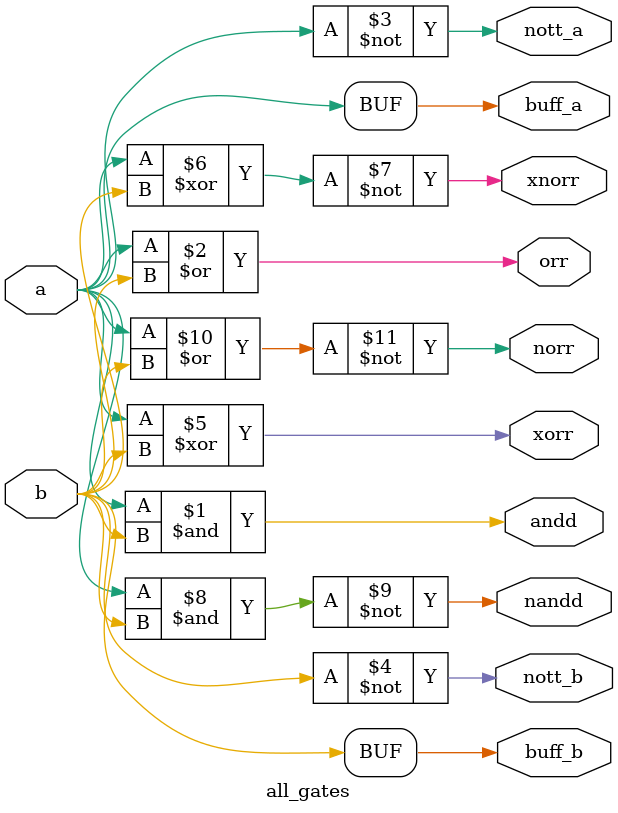
<source format=sv>
module all_gates(a,b,andd,orr,nott_a,nott_b,xorr,xnorr,buff_a,buff_b,nandd,norr);
    input a;
    input b;

    output andd;
    output orr;
    output nott_a;
    output nott_b;
    output xorr;
    output xnorr;
    output buff_a;
    output buff_b;
    output nandd;
    output norr;

    assign andd   = a&b;
    assign orr    = a|b;
    assign nott_a = ~a;
    assign nott_b = ~b;
    assign xorr   = a^b;
    assign xnorr  = ~(a^b);
    assign nandd  = ~(a&b);
    assign norr   = ~(a|b);
    assign buff_a = a;
    assign buff_b = b;

endmodule
</source>
